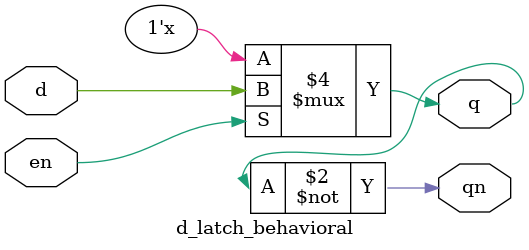
<source format=v>
module d_latch_gate(
  input d,en,
  output q,qn);
  wire n1,n2,n3,n4;

  not(n1,d);
  and(n2,d,en);
  and(n3,n1,en);
  nor(q,n3,qn);
  nor(qn,n2,q);
endmodule

//Data Flow modeling
module d_latch_dataflow(
  input d,en,
  output q,qn);
assign q = en?d:q;
assign qn = ~q;
endmodule

//Behavioral modeling
module d_latch_behavioral(
  input d,en,
  output reg q,
  output qn);
  always@(d or en) begin
    if(en)
      q=d;
  end
  assign qn=~q;
endmodule

</source>
